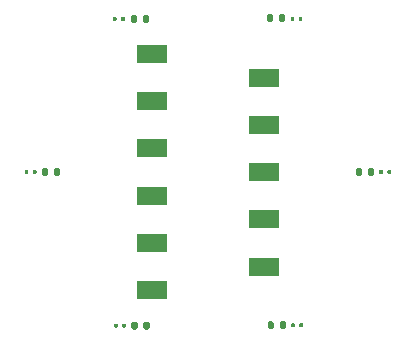
<source format=gtp>
G04 #@! TF.GenerationSoftware,KiCad,Pcbnew,(5.1.10)-1*
G04 #@! TF.CreationDate,2021-05-29T19:25:13+08:00*
G04 #@! TF.ProjectId,tiny2_V1.0,74696e79-325f-4563-912e-302e6b696361,rev?*
G04 #@! TF.SameCoordinates,Original*
G04 #@! TF.FileFunction,Paste,Top*
G04 #@! TF.FilePolarity,Positive*
%FSLAX46Y46*%
G04 Gerber Fmt 4.6, Leading zero omitted, Abs format (unit mm)*
G04 Created by KiCad (PCBNEW (5.1.10)-1) date 2021-05-29 19:25:13*
%MOMM*%
%LPD*%
G01*
G04 APERTURE LIST*
%ADD10R,2.500000X1.500000*%
G04 APERTURE END LIST*
G36*
G01*
X13069380Y187500D02*
X13069380Y-182500D01*
G75*
G02*
X12934380Y-317500I-135000J0D01*
G01*
X12664380Y-317500D01*
G75*
G02*
X12529380Y-182500I0J135000D01*
G01*
X12529380Y187500D01*
G75*
G02*
X12664380Y322500I135000J0D01*
G01*
X12934380Y322500D01*
G75*
G02*
X13069380Y187500I0J-135000D01*
G01*
G37*
G36*
G01*
X14089380Y187500D02*
X14089380Y-182500D01*
G75*
G02*
X13954380Y-317500I-135000J0D01*
G01*
X13684380Y-317500D01*
G75*
G02*
X13549380Y-182500I0J135000D01*
G01*
X13549380Y187500D01*
G75*
G02*
X13684380Y322500I135000J0D01*
G01*
X13954380Y322500D01*
G75*
G02*
X14089380Y187500I0J-135000D01*
G01*
G37*
G36*
G01*
X-5520940Y12784200D02*
X-5520940Y13154200D01*
G75*
G02*
X-5385940Y13289200I135000J0D01*
G01*
X-5115940Y13289200D01*
G75*
G02*
X-4980940Y13154200I0J-135000D01*
G01*
X-4980940Y12784200D01*
G75*
G02*
X-5115940Y12649200I-135000J0D01*
G01*
X-5385940Y12649200D01*
G75*
G02*
X-5520940Y12784200I0J135000D01*
G01*
G37*
G36*
G01*
X-6540940Y12784200D02*
X-6540940Y13154200D01*
G75*
G02*
X-6405940Y13289200I135000J0D01*
G01*
X-6135940Y13289200D01*
G75*
G02*
X-6000940Y13154200I0J-135000D01*
G01*
X-6000940Y12784200D01*
G75*
G02*
X-6135940Y12649200I-135000J0D01*
G01*
X-6405940Y12649200D01*
G75*
G02*
X-6540940Y12784200I0J135000D01*
G01*
G37*
G36*
G01*
X-5470140Y-13197460D02*
X-5470140Y-12827460D01*
G75*
G02*
X-5335140Y-12692460I135000J0D01*
G01*
X-5065140Y-12692460D01*
G75*
G02*
X-4930140Y-12827460I0J-135000D01*
G01*
X-4930140Y-13197460D01*
G75*
G02*
X-5065140Y-13332460I-135000J0D01*
G01*
X-5335140Y-13332460D01*
G75*
G02*
X-5470140Y-13197460I0J135000D01*
G01*
G37*
G36*
G01*
X-6490140Y-13197460D02*
X-6490140Y-12827460D01*
G75*
G02*
X-6355140Y-12692460I135000J0D01*
G01*
X-6085140Y-12692460D01*
G75*
G02*
X-5950140Y-12827460I0J-135000D01*
G01*
X-5950140Y-13197460D01*
G75*
G02*
X-6085140Y-13332460I-135000J0D01*
G01*
X-6355140Y-13332460D01*
G75*
G02*
X-6490140Y-13197460I0J135000D01*
G01*
G37*
G36*
G01*
X-13052040Y-169800D02*
X-13052040Y200200D01*
G75*
G02*
X-12917040Y335200I135000J0D01*
G01*
X-12647040Y335200D01*
G75*
G02*
X-12512040Y200200I0J-135000D01*
G01*
X-12512040Y-169800D01*
G75*
G02*
X-12647040Y-304800I-135000J0D01*
G01*
X-12917040Y-304800D01*
G75*
G02*
X-13052040Y-169800I0J135000D01*
G01*
G37*
G36*
G01*
X-14072040Y-169800D02*
X-14072040Y200200D01*
G75*
G02*
X-13937040Y335200I135000J0D01*
G01*
X-13667040Y335200D01*
G75*
G02*
X-13532040Y200200I0J-135000D01*
G01*
X-13532040Y-169800D01*
G75*
G02*
X-13667040Y-304800I-135000J0D01*
G01*
X-13937040Y-304800D01*
G75*
G02*
X-14072040Y-169800I0J135000D01*
G01*
G37*
G36*
G01*
X5591620Y-12776660D02*
X5591620Y-13146660D01*
G75*
G02*
X5456620Y-13281660I-135000J0D01*
G01*
X5186620Y-13281660D01*
G75*
G02*
X5051620Y-13146660I0J135000D01*
G01*
X5051620Y-12776660D01*
G75*
G02*
X5186620Y-12641660I135000J0D01*
G01*
X5456620Y-12641660D01*
G75*
G02*
X5591620Y-12776660I0J-135000D01*
G01*
G37*
G36*
G01*
X6611620Y-12776660D02*
X6611620Y-13146660D01*
G75*
G02*
X6476620Y-13281660I-135000J0D01*
G01*
X6206620Y-13281660D01*
G75*
G02*
X6071620Y-13146660I0J135000D01*
G01*
X6071620Y-12776660D01*
G75*
G02*
X6206620Y-12641660I135000J0D01*
G01*
X6476620Y-12641660D01*
G75*
G02*
X6611620Y-12776660I0J-135000D01*
G01*
G37*
G36*
G01*
X5528120Y13207540D02*
X5528120Y12837540D01*
G75*
G02*
X5393120Y12702540I-135000J0D01*
G01*
X5123120Y12702540D01*
G75*
G02*
X4988120Y12837540I0J135000D01*
G01*
X4988120Y13207540D01*
G75*
G02*
X5123120Y13342540I135000J0D01*
G01*
X5393120Y13342540D01*
G75*
G02*
X5528120Y13207540I0J-135000D01*
G01*
G37*
G36*
G01*
X6548120Y13207540D02*
X6548120Y12837540D01*
G75*
G02*
X6413120Y12702540I-135000J0D01*
G01*
X6143120Y12702540D01*
G75*
G02*
X6008120Y12837540I0J135000D01*
G01*
X6008120Y13207540D01*
G75*
G02*
X6143120Y13342540I135000J0D01*
G01*
X6413120Y13342540D01*
G75*
G02*
X6548120Y13207540I0J-135000D01*
G01*
G37*
D10*
X4765000Y-8000000D03*
X4765000Y-4000000D03*
X4775200Y8000000D03*
X4765000Y4000000D03*
X4765000Y0D03*
X-4765000Y-10000000D03*
X-4765000Y-6000000D03*
X-4765000Y-2000000D03*
X-4765000Y10000000D03*
X-4765000Y6000000D03*
X-4765000Y2000000D03*
G36*
G01*
X14820100Y105540D02*
X14820100Y-95460D01*
G75*
G02*
X14740600Y-174960I-79500J0D01*
G01*
X14581600Y-174960D01*
G75*
G02*
X14502100Y-95460I0J79500D01*
G01*
X14502100Y105540D01*
G75*
G02*
X14581600Y185040I79500J0D01*
G01*
X14740600Y185040D01*
G75*
G02*
X14820100Y105540I0J-79500D01*
G01*
G37*
G36*
G01*
X15510100Y105540D02*
X15510100Y-95460D01*
G75*
G02*
X15430600Y-174960I-79500J0D01*
G01*
X15271600Y-174960D01*
G75*
G02*
X15192100Y-95460I0J79500D01*
G01*
X15192100Y105540D01*
G75*
G02*
X15271600Y185040I79500J0D01*
G01*
X15430600Y185040D01*
G75*
G02*
X15510100Y105540I0J-79500D01*
G01*
G37*
G36*
G01*
X-7347860Y12858540D02*
X-7347860Y13059540D01*
G75*
G02*
X-7268360Y13139040I79500J0D01*
G01*
X-7109360Y13139040D01*
G75*
G02*
X-7029860Y13059540I0J-79500D01*
G01*
X-7029860Y12858540D01*
G75*
G02*
X-7109360Y12779040I-79500J0D01*
G01*
X-7268360Y12779040D01*
G75*
G02*
X-7347860Y12858540I0J79500D01*
G01*
G37*
G36*
G01*
X-8037860Y12858540D02*
X-8037860Y13059540D01*
G75*
G02*
X-7958360Y13139040I79500J0D01*
G01*
X-7799360Y13139040D01*
G75*
G02*
X-7719860Y13059540I0J-79500D01*
G01*
X-7719860Y12858540D01*
G75*
G02*
X-7799360Y12779040I-79500J0D01*
G01*
X-7958360Y12779040D01*
G75*
G02*
X-8037860Y12858540I0J79500D01*
G01*
G37*
G36*
G01*
X-7253880Y-13115500D02*
X-7253880Y-12914500D01*
G75*
G02*
X-7174380Y-12835000I79500J0D01*
G01*
X-7015380Y-12835000D01*
G75*
G02*
X-6935880Y-12914500I0J-79500D01*
G01*
X-6935880Y-13115500D01*
G75*
G02*
X-7015380Y-13195000I-79500J0D01*
G01*
X-7174380Y-13195000D01*
G75*
G02*
X-7253880Y-13115500I0J79500D01*
G01*
G37*
G36*
G01*
X-7943880Y-13115500D02*
X-7943880Y-12914500D01*
G75*
G02*
X-7864380Y-12835000I79500J0D01*
G01*
X-7705380Y-12835000D01*
G75*
G02*
X-7625880Y-12914500I0J-79500D01*
G01*
X-7625880Y-13115500D01*
G75*
G02*
X-7705380Y-13195000I-79500J0D01*
G01*
X-7864380Y-13195000D01*
G75*
G02*
X-7943880Y-13115500I0J79500D01*
G01*
G37*
G36*
G01*
X-14823080Y-95460D02*
X-14823080Y105540D01*
G75*
G02*
X-14743580Y185040I79500J0D01*
G01*
X-14584580Y185040D01*
G75*
G02*
X-14505080Y105540I0J-79500D01*
G01*
X-14505080Y-95460D01*
G75*
G02*
X-14584580Y-174960I-79500J0D01*
G01*
X-14743580Y-174960D01*
G75*
G02*
X-14823080Y-95460I0J79500D01*
G01*
G37*
G36*
G01*
X-15513080Y-95460D02*
X-15513080Y105540D01*
G75*
G02*
X-15433580Y185040I79500J0D01*
G01*
X-15274580Y185040D01*
G75*
G02*
X-15195080Y105540I0J-79500D01*
G01*
X-15195080Y-95460D01*
G75*
G02*
X-15274580Y-174960I-79500J0D01*
G01*
X-15433580Y-174960D01*
G75*
G02*
X-15513080Y-95460I0J79500D01*
G01*
G37*
G36*
G01*
X7365200Y-12866240D02*
X7365200Y-13067240D01*
G75*
G02*
X7285700Y-13146740I-79500J0D01*
G01*
X7126700Y-13146740D01*
G75*
G02*
X7047200Y-13067240I0J79500D01*
G01*
X7047200Y-12866240D01*
G75*
G02*
X7126700Y-12786740I79500J0D01*
G01*
X7285700Y-12786740D01*
G75*
G02*
X7365200Y-12866240I0J-79500D01*
G01*
G37*
G36*
G01*
X8055200Y-12866240D02*
X8055200Y-13067240D01*
G75*
G02*
X7975700Y-13146740I-79500J0D01*
G01*
X7816700Y-13146740D01*
G75*
G02*
X7737200Y-13067240I0J79500D01*
G01*
X7737200Y-12866240D01*
G75*
G02*
X7816700Y-12786740I79500J0D01*
G01*
X7975700Y-12786740D01*
G75*
G02*
X8055200Y-12866240I0J-79500D01*
G01*
G37*
G36*
G01*
X7316940Y13090020D02*
X7316940Y12889020D01*
G75*
G02*
X7237440Y12809520I-79500J0D01*
G01*
X7078440Y12809520D01*
G75*
G02*
X6998940Y12889020I0J79500D01*
G01*
X6998940Y13090020D01*
G75*
G02*
X7078440Y13169520I79500J0D01*
G01*
X7237440Y13169520D01*
G75*
G02*
X7316940Y13090020I0J-79500D01*
G01*
G37*
G36*
G01*
X8006940Y13090020D02*
X8006940Y12889020D01*
G75*
G02*
X7927440Y12809520I-79500J0D01*
G01*
X7768440Y12809520D01*
G75*
G02*
X7688940Y12889020I0J79500D01*
G01*
X7688940Y13090020D01*
G75*
G02*
X7768440Y13169520I79500J0D01*
G01*
X7927440Y13169520D01*
G75*
G02*
X8006940Y13090020I0J-79500D01*
G01*
G37*
M02*

</source>
